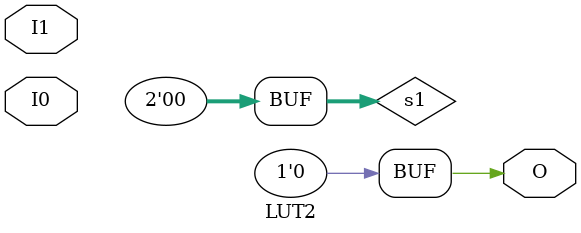
<source format=v>
module LUT2 #(
    parameter [3:0] INIT = 4'h0
)(
    input  wire I0, // Select Stage 1
    input  wire I1, // Select Stage 2
    output wire O
);

    // Internal wires between MUX stages
    wire [1:0] s1;

    // ---------------------------
    // STAGE 1: 4 -> 2
    // ---------------------------
    assign s1[0] = I0 ? INIT[1] : INIT[0];
    assign s1[1] = I0 ? INIT[3] : INIT[2];

    // ---------------------------
    // STAGE 2: 2 -> 1
    // ---------------------------
    assign O = I1 ? s1[1] : s1[0];

endmodule

</source>
